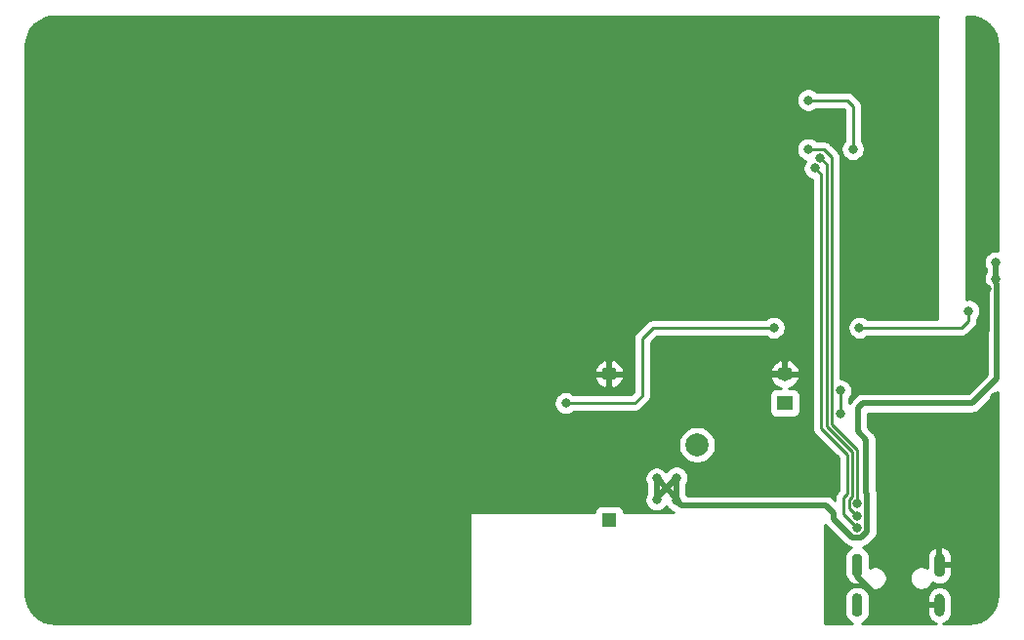
<source format=gbl>
G04 #@! TF.GenerationSoftware,KiCad,Pcbnew,5.1.10-88a1d61d58~90~ubuntu20.04.1*
G04 #@! TF.CreationDate,2021-10-07T18:37:47+08:00*
G04 #@! TF.ProjectId,Ada_Ticker,4164615f-5469-4636-9b65-722e6b696361,rev?*
G04 #@! TF.SameCoordinates,Original*
G04 #@! TF.FileFunction,Copper,L2,Bot*
G04 #@! TF.FilePolarity,Positive*
%FSLAX46Y46*%
G04 Gerber Fmt 4.6, Leading zero omitted, Abs format (unit mm)*
G04 Created by KiCad (PCBNEW 5.1.10-88a1d61d58~90~ubuntu20.04.1) date 2021-10-07 18:37:47*
%MOMM*%
%LPD*%
G01*
G04 APERTURE LIST*
G04 #@! TA.AperFunction,ComponentPad*
%ADD10R,1.299997X1.299997*%
G04 #@! TD*
G04 #@! TA.AperFunction,ComponentPad*
%ADD11O,1.399997X1.299997*%
G04 #@! TD*
G04 #@! TA.AperFunction,ComponentPad*
%ADD12R,1.399997X1.299997*%
G04 #@! TD*
G04 #@! TA.AperFunction,ComponentPad*
%ADD13C,1.999996*%
G04 #@! TD*
G04 #@! TA.AperFunction,ViaPad*
%ADD14C,0.800000*%
G04 #@! TD*
G04 #@! TA.AperFunction,Conductor*
%ADD15C,0.500000*%
G04 #@! TD*
G04 #@! TA.AperFunction,Conductor*
%ADD16C,0.250000*%
G04 #@! TD*
G04 #@! TA.AperFunction,Conductor*
%ADD17C,0.254000*%
G04 #@! TD*
G04 #@! TA.AperFunction,Conductor*
%ADD18C,0.100000*%
G04 #@! TD*
G04 APERTURE END LIST*
G04 #@! TA.AperFunction,ComponentPad*
G36*
G01*
X72302000Y-48944500D02*
X72302000Y-47664500D01*
G75*
G02*
X72662000Y-47304500I360000J0D01*
G01*
X72842000Y-47304500D01*
G75*
G02*
X73202000Y-47664500I0J-360000D01*
G01*
X73202000Y-48944500D01*
G75*
G02*
X72842000Y-49304500I-360000J0D01*
G01*
X72662000Y-49304500D01*
G75*
G02*
X72302000Y-48944500I0J360000D01*
G01*
G37*
G04 #@! TD.AperFunction*
G04 #@! TA.AperFunction,ComponentPad*
G36*
G01*
X72302000Y-52394500D02*
X72302000Y-51114500D01*
G75*
G02*
X72662000Y-50754500I360000J0D01*
G01*
X72842000Y-50754500D01*
G75*
G02*
X73202000Y-51114500I0J-360000D01*
G01*
X73202000Y-52394500D01*
G75*
G02*
X72842000Y-52754500I-360000J0D01*
G01*
X72662000Y-52754500D01*
G75*
G02*
X72302000Y-52394500I0J360000D01*
G01*
G37*
G04 #@! TD.AperFunction*
G04 #@! TA.AperFunction,ComponentPad*
G36*
G01*
X79452000Y-48944500D02*
X79452000Y-47664500D01*
G75*
G02*
X79812000Y-47304500I360000J0D01*
G01*
X79992000Y-47304500D01*
G75*
G02*
X80352000Y-47664500I0J-360000D01*
G01*
X80352000Y-48944500D01*
G75*
G02*
X79992000Y-49304500I-360000J0D01*
G01*
X79812000Y-49304500D01*
G75*
G02*
X79452000Y-48944500I0J360000D01*
G01*
G37*
G04 #@! TD.AperFunction*
G04 #@! TA.AperFunction,ComponentPad*
G36*
G01*
X79452000Y-52304500D02*
X79452000Y-51204500D01*
G75*
G02*
X79902000Y-50754500I450000J0D01*
G01*
X79902000Y-50754500D01*
G75*
G02*
X80352000Y-51204500I0J-450000D01*
G01*
X80352000Y-52304500D01*
G75*
G02*
X79902000Y-52754500I-450000J0D01*
G01*
X79902000Y-52754500D01*
G75*
G02*
X79452000Y-52304500I0J450000D01*
G01*
G37*
G04 #@! TD.AperFunction*
D10*
X51244500Y-44386500D03*
D11*
X51244500Y-31686500D03*
X66484500Y-31686500D03*
D12*
X66484500Y-34226500D03*
D13*
X58864500Y-37846508D03*
D14*
X72072500Y-29527500D03*
X82804000Y-29146500D03*
X62738000Y-33210500D03*
X80327500Y-38671500D03*
X62992000Y-14986000D03*
X68135500Y-14986000D03*
X61214000Y-15049500D03*
X59372500Y-15049500D03*
X59372500Y-13271500D03*
X61150500Y-13271500D03*
X62992000Y-13335000D03*
X62992000Y-11684000D03*
X61150500Y-11557000D03*
X59372500Y-11557000D03*
X84709000Y-33718500D03*
X84010500Y-24320500D03*
X82740500Y-8128000D03*
X84391500Y-8128000D03*
X68135500Y-16891000D03*
X68135500Y-18923000D03*
X66484500Y-18986500D03*
X66484500Y-16954500D03*
X66484500Y-20637500D03*
X68135500Y-20764500D03*
X81407000Y-42037000D03*
X82867500Y-41973500D03*
X84137500Y-41973500D03*
X84137500Y-43561000D03*
X82867500Y-43561000D03*
X81407000Y-43561000D03*
X81407000Y-44958000D03*
X82931000Y-44958000D03*
X84137500Y-45021500D03*
X84772500Y-22034500D03*
X84772500Y-23431500D03*
X55372000Y-42608500D03*
X55372000Y-40767000D03*
X57086500Y-40703500D03*
X57086500Y-42672000D03*
X71310500Y-35179000D03*
X71310500Y-33147000D03*
X68516500Y-7937500D03*
X72390000Y-12192000D03*
X72961500Y-27686000D03*
X65532000Y-27686000D03*
X47498000Y-34226500D03*
X82423000Y-26225500D03*
X72712153Y-45026153D03*
X69088000Y-13843000D03*
X68516500Y-12192000D03*
X72771000Y-42926000D03*
X72717966Y-44004339D03*
X69559597Y-12926903D03*
D15*
X82023001Y-29927499D02*
X82804000Y-29146500D01*
X72472499Y-29927499D02*
X82023001Y-29927499D01*
X72072500Y-29527500D02*
X72472499Y-29927499D01*
X64262000Y-31686500D02*
X62738000Y-33210500D01*
X66484500Y-31686500D02*
X64262000Y-31686500D01*
X80327500Y-38671500D02*
X79902000Y-39097000D01*
X75202000Y-51754500D02*
X79902000Y-51754500D01*
X72752000Y-49304500D02*
X75202000Y-51754500D01*
X72752000Y-48304500D02*
X72752000Y-49304500D01*
X62992000Y-14986000D02*
X68135500Y-14986000D01*
X61214000Y-15049500D02*
X59372500Y-15049500D01*
X59372500Y-13271500D02*
X61150500Y-13271500D01*
X61150500Y-11557000D02*
X59372500Y-11557000D01*
X84709000Y-33718500D02*
X84709000Y-46672500D01*
X83077000Y-48304500D02*
X79902000Y-48304500D01*
X84709000Y-46672500D02*
X83077000Y-48304500D01*
X84010500Y-27940000D02*
X84010500Y-24320500D01*
X82804000Y-29146500D02*
X84010500Y-27940000D01*
X82740500Y-8128000D02*
X84391500Y-8128000D01*
X84391500Y-8128000D02*
X84010500Y-8509000D01*
X83610501Y-8908999D02*
X84010500Y-8509000D01*
X83610501Y-23920501D02*
X83610501Y-8908999D01*
X84010500Y-24320500D02*
X83610501Y-23920501D01*
X66484500Y-18986500D02*
X66484500Y-16954500D01*
X68008500Y-20637500D02*
X68135500Y-20764500D01*
X66484500Y-20637500D02*
X68008500Y-20637500D01*
X81388000Y-42056000D02*
X81407000Y-42037000D01*
X79902000Y-42056000D02*
X81388000Y-42056000D01*
X79902000Y-39097000D02*
X79902000Y-42056000D01*
X79902000Y-42056000D02*
X79902000Y-48304500D01*
X82867500Y-41973500D02*
X84137500Y-41973500D01*
X84137500Y-43561000D02*
X82867500Y-43561000D01*
X81407000Y-43561000D02*
X81407000Y-44958000D01*
X84074000Y-44958000D02*
X84137500Y-45021500D01*
X82931000Y-44958000D02*
X84074000Y-44958000D01*
X84772500Y-23431500D02*
X84772500Y-22034500D01*
X55372000Y-42608500D02*
X55372000Y-40767000D01*
X57086500Y-40703500D02*
X57086500Y-42672000D01*
X55372000Y-42418000D02*
X55372000Y-42608500D01*
X57086500Y-40703500D02*
X55372000Y-42418000D01*
X57086500Y-42481500D02*
X57086500Y-42672000D01*
X55372000Y-40767000D02*
X57086500Y-42481500D01*
X57531000Y-43116500D02*
X57086500Y-42672000D01*
X73279000Y-34226500D02*
X72834500Y-34671000D01*
X72834500Y-34671000D02*
X72834500Y-36703000D01*
X72834500Y-36703000D02*
X73533000Y-37401500D01*
X73533000Y-37401500D02*
X73533000Y-42037000D01*
X73621001Y-42125001D02*
X73621001Y-45375307D01*
X73533000Y-42037000D02*
X73621001Y-42125001D01*
X73621001Y-45375307D02*
X73120154Y-45876154D01*
X73120154Y-45876154D02*
X72304152Y-45876154D01*
X72304152Y-45876154D02*
X70739000Y-44311002D01*
X70739000Y-44311002D02*
X70739000Y-43815000D01*
X70739000Y-43815000D02*
X70040500Y-43116500D01*
X70040500Y-43116500D02*
X57531000Y-43116500D01*
X84860501Y-32106499D02*
X82740500Y-34226500D01*
X84860501Y-23912499D02*
X84860501Y-32106499D01*
X84772500Y-23824498D02*
X84860501Y-23912499D01*
X84772500Y-23431500D02*
X84772500Y-23824498D01*
X82740500Y-34226500D02*
X73279000Y-34226500D01*
D16*
X71310500Y-35179000D02*
X71310500Y-33147000D01*
X69151500Y-7937500D02*
X68516500Y-7937500D01*
X70548500Y-7937500D02*
X69151500Y-7937500D01*
X72390000Y-12192000D02*
X72390000Y-8445500D01*
X71882000Y-7937500D02*
X70548500Y-7937500D01*
X72390000Y-8445500D02*
X71882000Y-7937500D01*
X82423000Y-27114500D02*
X81851500Y-27686000D01*
X81851500Y-27686000D02*
X72961500Y-27686000D01*
X65532000Y-27686000D02*
X55054500Y-27686000D01*
X55054500Y-27686000D02*
X54102000Y-28638500D01*
X54102000Y-28638500D02*
X54102000Y-33591500D01*
X53467000Y-34226500D02*
X47498000Y-34226500D01*
X54102000Y-33591500D02*
X53467000Y-34226500D01*
X82423000Y-27114500D02*
X82423000Y-26225500D01*
X71595989Y-43909989D02*
X71595990Y-42391598D01*
X72712153Y-45026153D02*
X71595989Y-43909989D01*
X71595990Y-42391598D02*
X71870980Y-42116608D01*
X71870980Y-42116608D02*
X71870980Y-38663300D01*
X71870980Y-38663300D02*
X69648480Y-36440800D01*
X69648480Y-36440800D02*
X69648480Y-29591000D01*
X69648480Y-14403480D02*
X69088000Y-13843000D01*
X69648480Y-29591000D02*
X69648480Y-14403480D01*
X69850000Y-12192000D02*
X68516500Y-12192000D01*
X70548500Y-12890500D02*
X69850000Y-12192000D01*
X72771000Y-38290500D02*
X70548500Y-36068000D01*
X70548500Y-36068000D02*
X70548500Y-12890500D01*
X72771000Y-42926000D02*
X72771000Y-38290500D01*
X72045999Y-42577999D02*
X72320990Y-42303008D01*
X72045999Y-43332372D02*
X72045999Y-42577999D01*
X72717966Y-44004339D02*
X72045999Y-43332372D01*
X72320990Y-42303008D02*
X72320990Y-38476900D01*
X72320990Y-38476900D02*
X70098490Y-36254400D01*
X70098490Y-13465796D02*
X69559597Y-12926903D01*
X70098490Y-36254400D02*
X70098490Y-13465796D01*
D17*
X84940001Y-50792712D02*
X84888998Y-51312883D01*
X84747307Y-51782186D01*
X84517161Y-52215028D01*
X84207323Y-52594927D01*
X83829600Y-52907406D01*
X83398373Y-53140569D01*
X82930073Y-53285532D01*
X82411847Y-53340000D01*
X80218658Y-53340000D01*
X80318388Y-53309747D01*
X80506501Y-53209199D01*
X80671384Y-53073883D01*
X80806700Y-52909000D01*
X80907248Y-52720887D01*
X80969166Y-52516772D01*
X80990073Y-52304500D01*
X80990073Y-51204500D01*
X80969166Y-50992228D01*
X80907248Y-50788113D01*
X80806700Y-50600000D01*
X80671384Y-50435117D01*
X80506501Y-50299801D01*
X80318388Y-50199253D01*
X80114273Y-50137335D01*
X79902001Y-50116428D01*
X79901999Y-50116428D01*
X79689727Y-50137335D01*
X79485612Y-50199253D01*
X79297499Y-50299801D01*
X79132616Y-50435117D01*
X78997300Y-50600000D01*
X78896752Y-50788113D01*
X78834834Y-50992228D01*
X78813927Y-51204500D01*
X78813927Y-52304500D01*
X78834834Y-52516772D01*
X78896752Y-52720887D01*
X78997300Y-52909000D01*
X79132616Y-53073883D01*
X79297499Y-53209199D01*
X79485612Y-53309747D01*
X79585342Y-53340000D01*
X73146800Y-53340000D01*
X73223946Y-53316598D01*
X73396499Y-53224367D01*
X73547743Y-53100243D01*
X73671867Y-52948999D01*
X73764098Y-52776446D01*
X73820894Y-52589214D01*
X73840072Y-52394500D01*
X73840072Y-51114500D01*
X73820894Y-50919786D01*
X73764098Y-50732554D01*
X73671867Y-50560001D01*
X73547743Y-50408757D01*
X73396499Y-50284633D01*
X73223946Y-50192402D01*
X73036714Y-50135606D01*
X72842000Y-50116428D01*
X72662000Y-50116428D01*
X72467286Y-50135606D01*
X72280054Y-50192402D01*
X72107501Y-50284633D01*
X71956257Y-50408757D01*
X71832133Y-50560001D01*
X71739902Y-50732554D01*
X71683106Y-50919786D01*
X71663928Y-51114500D01*
X71663928Y-52394500D01*
X71683106Y-52589214D01*
X71739902Y-52776446D01*
X71832133Y-52948999D01*
X71956257Y-53100243D01*
X72107501Y-53224367D01*
X72280054Y-53316598D01*
X72357200Y-53340000D01*
X69977000Y-53340000D01*
X69977000Y-44762798D01*
X69999589Y-44805060D01*
X70110183Y-44939819D01*
X70143956Y-44967536D01*
X71647622Y-46471203D01*
X71675335Y-46504971D01*
X71709103Y-46532684D01*
X71709105Y-46532686D01*
X71780604Y-46591364D01*
X71810093Y-46615565D01*
X71963839Y-46697743D01*
X72130662Y-46748349D01*
X72247415Y-46759848D01*
X72107501Y-46834633D01*
X71956257Y-46958757D01*
X71832133Y-47110001D01*
X71739902Y-47282554D01*
X71683106Y-47469786D01*
X71663928Y-47664500D01*
X71663928Y-48944500D01*
X71683106Y-49139214D01*
X71739902Y-49326446D01*
X71832133Y-49498999D01*
X71956257Y-49650243D01*
X72107501Y-49774367D01*
X72280054Y-49866598D01*
X72467286Y-49923394D01*
X72662000Y-49942572D01*
X72842000Y-49942572D01*
X73036714Y-49923394D01*
X73223946Y-49866598D01*
X73358079Y-49794903D01*
X73409795Y-49919756D01*
X73523063Y-50089274D01*
X73667226Y-50233437D01*
X73836744Y-50346705D01*
X74025102Y-50424726D01*
X74225061Y-50464500D01*
X74428939Y-50464500D01*
X74628898Y-50424726D01*
X74817256Y-50346705D01*
X74986774Y-50233437D01*
X75130937Y-50089274D01*
X75244205Y-49919756D01*
X75322226Y-49731398D01*
X75362000Y-49531439D01*
X75362000Y-49327561D01*
X77292000Y-49327561D01*
X77292000Y-49531439D01*
X77331774Y-49731398D01*
X77409795Y-49919756D01*
X77523063Y-50089274D01*
X77667226Y-50233437D01*
X77836744Y-50346705D01*
X78025102Y-50424726D01*
X78225061Y-50464500D01*
X78428939Y-50464500D01*
X78628898Y-50424726D01*
X78817256Y-50346705D01*
X78986774Y-50233437D01*
X79130937Y-50089274D01*
X79244205Y-49919756D01*
X79295921Y-49794903D01*
X79430054Y-49866598D01*
X79617286Y-49923394D01*
X79812000Y-49942572D01*
X79992000Y-49942572D01*
X80186714Y-49923394D01*
X80373946Y-49866598D01*
X80546499Y-49774367D01*
X80697743Y-49650243D01*
X80821867Y-49498999D01*
X80914098Y-49326446D01*
X80970894Y-49139214D01*
X80990072Y-48944500D01*
X80990072Y-47664500D01*
X80970894Y-47469786D01*
X80914098Y-47282554D01*
X80821867Y-47110001D01*
X80697743Y-46958757D01*
X80546499Y-46834633D01*
X80373946Y-46742402D01*
X80186714Y-46685606D01*
X79992000Y-46666428D01*
X79812000Y-46666428D01*
X79617286Y-46685606D01*
X79430054Y-46742402D01*
X79257501Y-46834633D01*
X79106257Y-46958757D01*
X78982133Y-47110001D01*
X78889902Y-47282554D01*
X78833106Y-47469786D01*
X78813928Y-47664500D01*
X78813928Y-48510916D01*
X78628898Y-48434274D01*
X78428939Y-48394500D01*
X78225061Y-48394500D01*
X78025102Y-48434274D01*
X77836744Y-48512295D01*
X77667226Y-48625563D01*
X77523063Y-48769726D01*
X77409795Y-48939244D01*
X77331774Y-49127602D01*
X77292000Y-49327561D01*
X75362000Y-49327561D01*
X75322226Y-49127602D01*
X75244205Y-48939244D01*
X75130937Y-48769726D01*
X74986774Y-48625563D01*
X74817256Y-48512295D01*
X74628898Y-48434274D01*
X74428939Y-48394500D01*
X74225061Y-48394500D01*
X74025102Y-48434274D01*
X73840072Y-48510916D01*
X73840072Y-47664500D01*
X73820894Y-47469786D01*
X73764098Y-47282554D01*
X73671867Y-47110001D01*
X73547743Y-46958757D01*
X73396499Y-46834633D01*
X73244185Y-46753220D01*
X73293644Y-46748349D01*
X73460467Y-46697743D01*
X73614213Y-46615565D01*
X73748971Y-46504971D01*
X73776688Y-46471198D01*
X74216045Y-46031841D01*
X74249818Y-46004124D01*
X74360412Y-45869366D01*
X74402925Y-45789829D01*
X74442590Y-45715621D01*
X74493196Y-45548797D01*
X74502884Y-45450428D01*
X74506001Y-45418784D01*
X74506001Y-45418776D01*
X74510282Y-45375307D01*
X74506001Y-45331838D01*
X74506001Y-42168466D01*
X74510282Y-42125000D01*
X74506001Y-42081534D01*
X74506001Y-42081524D01*
X74493196Y-41951511D01*
X74442590Y-41784688D01*
X74418000Y-41738683D01*
X74418000Y-37444965D01*
X74422281Y-37401499D01*
X74418000Y-37358033D01*
X74418000Y-37358023D01*
X74405195Y-37228010D01*
X74354589Y-37061187D01*
X74272411Y-36907441D01*
X74161817Y-36772683D01*
X74128050Y-36744971D01*
X73719500Y-36336422D01*
X73719500Y-35111500D01*
X82697031Y-35111500D01*
X82740500Y-35115781D01*
X82783969Y-35111500D01*
X82783977Y-35111500D01*
X82913990Y-35098695D01*
X83080813Y-35048089D01*
X83234559Y-34965911D01*
X83369317Y-34855317D01*
X83397034Y-34821544D01*
X84940001Y-33278578D01*
X84940001Y-50792712D01*
G04 #@! TA.AperFunction,Conductor*
D18*
G36*
X84940001Y-50792712D02*
G01*
X84888998Y-51312883D01*
X84747307Y-51782186D01*
X84517161Y-52215028D01*
X84207323Y-52594927D01*
X83829600Y-52907406D01*
X83398373Y-53140569D01*
X82930073Y-53285532D01*
X82411847Y-53340000D01*
X80218658Y-53340000D01*
X80318388Y-53309747D01*
X80506501Y-53209199D01*
X80671384Y-53073883D01*
X80806700Y-52909000D01*
X80907248Y-52720887D01*
X80969166Y-52516772D01*
X80990073Y-52304500D01*
X80990073Y-51204500D01*
X80969166Y-50992228D01*
X80907248Y-50788113D01*
X80806700Y-50600000D01*
X80671384Y-50435117D01*
X80506501Y-50299801D01*
X80318388Y-50199253D01*
X80114273Y-50137335D01*
X79902001Y-50116428D01*
X79901999Y-50116428D01*
X79689727Y-50137335D01*
X79485612Y-50199253D01*
X79297499Y-50299801D01*
X79132616Y-50435117D01*
X78997300Y-50600000D01*
X78896752Y-50788113D01*
X78834834Y-50992228D01*
X78813927Y-51204500D01*
X78813927Y-52304500D01*
X78834834Y-52516772D01*
X78896752Y-52720887D01*
X78997300Y-52909000D01*
X79132616Y-53073883D01*
X79297499Y-53209199D01*
X79485612Y-53309747D01*
X79585342Y-53340000D01*
X73146800Y-53340000D01*
X73223946Y-53316598D01*
X73396499Y-53224367D01*
X73547743Y-53100243D01*
X73671867Y-52948999D01*
X73764098Y-52776446D01*
X73820894Y-52589214D01*
X73840072Y-52394500D01*
X73840072Y-51114500D01*
X73820894Y-50919786D01*
X73764098Y-50732554D01*
X73671867Y-50560001D01*
X73547743Y-50408757D01*
X73396499Y-50284633D01*
X73223946Y-50192402D01*
X73036714Y-50135606D01*
X72842000Y-50116428D01*
X72662000Y-50116428D01*
X72467286Y-50135606D01*
X72280054Y-50192402D01*
X72107501Y-50284633D01*
X71956257Y-50408757D01*
X71832133Y-50560001D01*
X71739902Y-50732554D01*
X71683106Y-50919786D01*
X71663928Y-51114500D01*
X71663928Y-52394500D01*
X71683106Y-52589214D01*
X71739902Y-52776446D01*
X71832133Y-52948999D01*
X71956257Y-53100243D01*
X72107501Y-53224367D01*
X72280054Y-53316598D01*
X72357200Y-53340000D01*
X69977000Y-53340000D01*
X69977000Y-44762798D01*
X69999589Y-44805060D01*
X70110183Y-44939819D01*
X70143956Y-44967536D01*
X71647622Y-46471203D01*
X71675335Y-46504971D01*
X71709103Y-46532684D01*
X71709105Y-46532686D01*
X71780604Y-46591364D01*
X71810093Y-46615565D01*
X71963839Y-46697743D01*
X72130662Y-46748349D01*
X72247415Y-46759848D01*
X72107501Y-46834633D01*
X71956257Y-46958757D01*
X71832133Y-47110001D01*
X71739902Y-47282554D01*
X71683106Y-47469786D01*
X71663928Y-47664500D01*
X71663928Y-48944500D01*
X71683106Y-49139214D01*
X71739902Y-49326446D01*
X71832133Y-49498999D01*
X71956257Y-49650243D01*
X72107501Y-49774367D01*
X72280054Y-49866598D01*
X72467286Y-49923394D01*
X72662000Y-49942572D01*
X72842000Y-49942572D01*
X73036714Y-49923394D01*
X73223946Y-49866598D01*
X73358079Y-49794903D01*
X73409795Y-49919756D01*
X73523063Y-50089274D01*
X73667226Y-50233437D01*
X73836744Y-50346705D01*
X74025102Y-50424726D01*
X74225061Y-50464500D01*
X74428939Y-50464500D01*
X74628898Y-50424726D01*
X74817256Y-50346705D01*
X74986774Y-50233437D01*
X75130937Y-50089274D01*
X75244205Y-49919756D01*
X75322226Y-49731398D01*
X75362000Y-49531439D01*
X75362000Y-49327561D01*
X77292000Y-49327561D01*
X77292000Y-49531439D01*
X77331774Y-49731398D01*
X77409795Y-49919756D01*
X77523063Y-50089274D01*
X77667226Y-50233437D01*
X77836744Y-50346705D01*
X78025102Y-50424726D01*
X78225061Y-50464500D01*
X78428939Y-50464500D01*
X78628898Y-50424726D01*
X78817256Y-50346705D01*
X78986774Y-50233437D01*
X79130937Y-50089274D01*
X79244205Y-49919756D01*
X79295921Y-49794903D01*
X79430054Y-49866598D01*
X79617286Y-49923394D01*
X79812000Y-49942572D01*
X79992000Y-49942572D01*
X80186714Y-49923394D01*
X80373946Y-49866598D01*
X80546499Y-49774367D01*
X80697743Y-49650243D01*
X80821867Y-49498999D01*
X80914098Y-49326446D01*
X80970894Y-49139214D01*
X80990072Y-48944500D01*
X80990072Y-47664500D01*
X80970894Y-47469786D01*
X80914098Y-47282554D01*
X80821867Y-47110001D01*
X80697743Y-46958757D01*
X80546499Y-46834633D01*
X80373946Y-46742402D01*
X80186714Y-46685606D01*
X79992000Y-46666428D01*
X79812000Y-46666428D01*
X79617286Y-46685606D01*
X79430054Y-46742402D01*
X79257501Y-46834633D01*
X79106257Y-46958757D01*
X78982133Y-47110001D01*
X78889902Y-47282554D01*
X78833106Y-47469786D01*
X78813928Y-47664500D01*
X78813928Y-48510916D01*
X78628898Y-48434274D01*
X78428939Y-48394500D01*
X78225061Y-48394500D01*
X78025102Y-48434274D01*
X77836744Y-48512295D01*
X77667226Y-48625563D01*
X77523063Y-48769726D01*
X77409795Y-48939244D01*
X77331774Y-49127602D01*
X77292000Y-49327561D01*
X75362000Y-49327561D01*
X75322226Y-49127602D01*
X75244205Y-48939244D01*
X75130937Y-48769726D01*
X74986774Y-48625563D01*
X74817256Y-48512295D01*
X74628898Y-48434274D01*
X74428939Y-48394500D01*
X74225061Y-48394500D01*
X74025102Y-48434274D01*
X73840072Y-48510916D01*
X73840072Y-47664500D01*
X73820894Y-47469786D01*
X73764098Y-47282554D01*
X73671867Y-47110001D01*
X73547743Y-46958757D01*
X73396499Y-46834633D01*
X73244185Y-46753220D01*
X73293644Y-46748349D01*
X73460467Y-46697743D01*
X73614213Y-46615565D01*
X73748971Y-46504971D01*
X73776688Y-46471198D01*
X74216045Y-46031841D01*
X74249818Y-46004124D01*
X74360412Y-45869366D01*
X74402925Y-45789829D01*
X74442590Y-45715621D01*
X74493196Y-45548797D01*
X74502884Y-45450428D01*
X74506001Y-45418784D01*
X74506001Y-45418776D01*
X74510282Y-45375307D01*
X74506001Y-45331838D01*
X74506001Y-42168466D01*
X74510282Y-42125000D01*
X74506001Y-42081534D01*
X74506001Y-42081524D01*
X74493196Y-41951511D01*
X74442590Y-41784688D01*
X74418000Y-41738683D01*
X74418000Y-37444965D01*
X74422281Y-37401499D01*
X74418000Y-37358033D01*
X74418000Y-37358023D01*
X74405195Y-37228010D01*
X74354589Y-37061187D01*
X74272411Y-36907441D01*
X74161817Y-36772683D01*
X74128050Y-36744971D01*
X73719500Y-36336422D01*
X73719500Y-35111500D01*
X82697031Y-35111500D01*
X82740500Y-35115781D01*
X82783969Y-35111500D01*
X82783977Y-35111500D01*
X82913990Y-35098695D01*
X83080813Y-35048089D01*
X83234559Y-34965911D01*
X83369317Y-34855317D01*
X83397034Y-34821544D01*
X84940001Y-33278578D01*
X84940001Y-50792712D01*
G37*
G04 #@! TD.AperFunction*
D17*
X79740550Y-759617D02*
X79727807Y-889000D01*
X79731000Y-921419D01*
X79731001Y-26891571D01*
X79727807Y-26924000D01*
X79728004Y-26926000D01*
X73665211Y-26926000D01*
X73621274Y-26882063D01*
X73451756Y-26768795D01*
X73263398Y-26690774D01*
X73063439Y-26651000D01*
X72859561Y-26651000D01*
X72659602Y-26690774D01*
X72471244Y-26768795D01*
X72301726Y-26882063D01*
X72157563Y-27026226D01*
X72044295Y-27195744D01*
X71966274Y-27384102D01*
X71926500Y-27584061D01*
X71926500Y-27787939D01*
X71966274Y-27987898D01*
X72044295Y-28176256D01*
X72157563Y-28345774D01*
X72301726Y-28489937D01*
X72471244Y-28603205D01*
X72659602Y-28681226D01*
X72859561Y-28721000D01*
X73063439Y-28721000D01*
X73263398Y-28681226D01*
X73451756Y-28603205D01*
X73621274Y-28489937D01*
X73665211Y-28446000D01*
X81814178Y-28446000D01*
X81851500Y-28449676D01*
X81888822Y-28446000D01*
X81888833Y-28446000D01*
X82000486Y-28435003D01*
X82143747Y-28391546D01*
X82275776Y-28320974D01*
X82391501Y-28226001D01*
X82415303Y-28196998D01*
X82934004Y-27678298D01*
X82963001Y-27654501D01*
X82989332Y-27622417D01*
X83057974Y-27538777D01*
X83128546Y-27406747D01*
X83135415Y-27384102D01*
X83172003Y-27263486D01*
X83183000Y-27151833D01*
X83183000Y-27151824D01*
X83186676Y-27114501D01*
X83183000Y-27077178D01*
X83183000Y-26929211D01*
X83226937Y-26885274D01*
X83340205Y-26715756D01*
X83418226Y-26527398D01*
X83458000Y-26327439D01*
X83458000Y-26123561D01*
X83418226Y-25923602D01*
X83340205Y-25735244D01*
X83226937Y-25565726D01*
X83082774Y-25421563D01*
X82913256Y-25308295D01*
X82724898Y-25230274D01*
X82524939Y-25190500D01*
X82321061Y-25190500D01*
X82251000Y-25204436D01*
X82251000Y-921419D01*
X82254193Y-889000D01*
X82241450Y-759617D01*
X82211231Y-660000D01*
X82372325Y-660000D01*
X82912496Y-712964D01*
X83381424Y-854542D01*
X83813923Y-1084506D01*
X84193512Y-1394092D01*
X84505748Y-1771520D01*
X84738724Y-2202399D01*
X84883573Y-2670331D01*
X84940000Y-3207195D01*
X84940000Y-21012541D01*
X84874439Y-20999500D01*
X84670561Y-20999500D01*
X84470602Y-21039274D01*
X84282244Y-21117295D01*
X84112726Y-21230563D01*
X83968563Y-21374726D01*
X83855295Y-21544244D01*
X83777274Y-21732602D01*
X83737500Y-21932561D01*
X83737500Y-22136439D01*
X83777274Y-22336398D01*
X83855295Y-22524756D01*
X83887501Y-22572955D01*
X83887500Y-22893045D01*
X83855295Y-22941244D01*
X83777274Y-23129602D01*
X83737500Y-23329561D01*
X83737500Y-23533439D01*
X83777274Y-23733398D01*
X83855295Y-23921756D01*
X83899280Y-23987585D01*
X83900305Y-23997988D01*
X83950911Y-24164811D01*
X83975501Y-24210816D01*
X83975502Y-31739919D01*
X82373922Y-33341500D01*
X73322469Y-33341500D01*
X73279000Y-33337219D01*
X73235531Y-33341500D01*
X73235523Y-33341500D01*
X73120306Y-33352848D01*
X73105509Y-33354305D01*
X73054903Y-33369657D01*
X72938687Y-33404911D01*
X72784941Y-33487089D01*
X72650183Y-33597683D01*
X72622468Y-33631454D01*
X72239456Y-34014466D01*
X72205683Y-34042183D01*
X72095089Y-34176942D01*
X72070500Y-34222945D01*
X72070500Y-33850711D01*
X72114437Y-33806774D01*
X72227705Y-33637256D01*
X72305726Y-33448898D01*
X72345500Y-33248939D01*
X72345500Y-33045061D01*
X72305726Y-32845102D01*
X72227705Y-32656744D01*
X72114437Y-32487226D01*
X71970274Y-32343063D01*
X71800756Y-32229795D01*
X71612398Y-32151774D01*
X71412439Y-32112000D01*
X71308500Y-32112000D01*
X71308500Y-12927822D01*
X71312176Y-12890499D01*
X71308500Y-12853176D01*
X71308500Y-12853167D01*
X71297503Y-12741514D01*
X71254046Y-12598253D01*
X71183474Y-12466224D01*
X71088501Y-12350499D01*
X71059502Y-12326701D01*
X70413803Y-11681002D01*
X70390001Y-11651999D01*
X70274276Y-11557026D01*
X70142247Y-11486454D01*
X69998986Y-11442997D01*
X69887333Y-11432000D01*
X69887322Y-11432000D01*
X69850000Y-11428324D01*
X69812678Y-11432000D01*
X69220211Y-11432000D01*
X69176274Y-11388063D01*
X69006756Y-11274795D01*
X68818398Y-11196774D01*
X68618439Y-11157000D01*
X68414561Y-11157000D01*
X68214602Y-11196774D01*
X68026244Y-11274795D01*
X67856726Y-11388063D01*
X67712563Y-11532226D01*
X67599295Y-11701744D01*
X67521274Y-11890102D01*
X67481500Y-12090061D01*
X67481500Y-12293939D01*
X67521274Y-12493898D01*
X67599295Y-12682256D01*
X67712563Y-12851774D01*
X67856726Y-12995937D01*
X68026244Y-13109205D01*
X68214602Y-13187226D01*
X68273555Y-13198952D01*
X68170795Y-13352744D01*
X68092774Y-13541102D01*
X68053000Y-13741061D01*
X68053000Y-13944939D01*
X68092774Y-14144898D01*
X68170795Y-14333256D01*
X68284063Y-14502774D01*
X68428226Y-14646937D01*
X68597744Y-14760205D01*
X68786102Y-14838226D01*
X68888481Y-14858590D01*
X68888480Y-29628332D01*
X68888481Y-29628342D01*
X68888480Y-36403477D01*
X68884804Y-36440800D01*
X68888480Y-36478122D01*
X68888480Y-36478132D01*
X68899477Y-36589785D01*
X68933812Y-36702974D01*
X68942934Y-36733046D01*
X69013506Y-36865076D01*
X69048275Y-36907442D01*
X69108479Y-36980801D01*
X69137483Y-37004604D01*
X71110981Y-38978103D01*
X71110980Y-41801807D01*
X71084988Y-41827799D01*
X71055990Y-41851597D01*
X71032192Y-41880595D01*
X71032191Y-41880596D01*
X70961016Y-41967322D01*
X70890444Y-42099352D01*
X70866605Y-42177941D01*
X70846988Y-42242612D01*
X70840547Y-42308009D01*
X70832314Y-42391598D01*
X70835991Y-42428930D01*
X70835991Y-42660412D01*
X70697032Y-42521454D01*
X70669317Y-42487683D01*
X70534559Y-42377089D01*
X70380813Y-42294911D01*
X70213990Y-42244305D01*
X70083977Y-42231500D01*
X70083969Y-42231500D01*
X70040500Y-42227219D01*
X69997031Y-42231500D01*
X58024315Y-42231500D01*
X58003705Y-42181744D01*
X57971500Y-42133546D01*
X57971500Y-41241954D01*
X58003705Y-41193756D01*
X58081726Y-41005398D01*
X58121500Y-40805439D01*
X58121500Y-40601561D01*
X58081726Y-40401602D01*
X58003705Y-40213244D01*
X57890437Y-40043726D01*
X57746274Y-39899563D01*
X57576756Y-39786295D01*
X57388398Y-39708274D01*
X57188439Y-39668500D01*
X56984561Y-39668500D01*
X56784602Y-39708274D01*
X56596244Y-39786295D01*
X56426726Y-39899563D01*
X56282563Y-40043726D01*
X56208035Y-40155265D01*
X56175937Y-40107226D01*
X56031774Y-39963063D01*
X55862256Y-39849795D01*
X55673898Y-39771774D01*
X55473939Y-39732000D01*
X55270061Y-39732000D01*
X55070102Y-39771774D01*
X54881744Y-39849795D01*
X54712226Y-39963063D01*
X54568063Y-40107226D01*
X54454795Y-40276744D01*
X54376774Y-40465102D01*
X54337000Y-40665061D01*
X54337000Y-40868939D01*
X54376774Y-41068898D01*
X54454795Y-41257256D01*
X54487001Y-41305455D01*
X54487000Y-42070045D01*
X54454795Y-42118244D01*
X54376774Y-42306602D01*
X54337000Y-42506561D01*
X54337000Y-42710439D01*
X54376774Y-42910398D01*
X54454795Y-43098756D01*
X54568063Y-43268274D01*
X54712226Y-43412437D01*
X54881744Y-43525705D01*
X55070102Y-43603726D01*
X55270061Y-43643500D01*
X55473939Y-43643500D01*
X55673898Y-43603726D01*
X55862256Y-43525705D01*
X56031774Y-43412437D01*
X56175937Y-43268274D01*
X56208035Y-43220235D01*
X56282563Y-43331774D01*
X56426726Y-43475937D01*
X56596244Y-43589205D01*
X56784602Y-43667226D01*
X56841457Y-43678535D01*
X56850922Y-43688000D01*
X52527793Y-43688000D01*
X52520310Y-43612020D01*
X52484000Y-43492322D01*
X52425035Y-43382008D01*
X52345683Y-43285317D01*
X52248992Y-43205965D01*
X52138678Y-43147000D01*
X52018980Y-43110690D01*
X51894498Y-43098430D01*
X50594502Y-43098430D01*
X50470020Y-43110690D01*
X50350322Y-43147000D01*
X50240008Y-43205965D01*
X50143317Y-43285317D01*
X50063965Y-43382008D01*
X50005000Y-43492322D01*
X49968690Y-43612020D01*
X49961207Y-43688000D01*
X39306500Y-43688000D01*
X39281724Y-43690440D01*
X39257899Y-43697667D01*
X39235943Y-43709403D01*
X39216697Y-43725197D01*
X39200903Y-43744443D01*
X39189167Y-43766399D01*
X39181940Y-43790224D01*
X39179500Y-43815000D01*
X39179500Y-53340000D01*
X3207278Y-53340000D01*
X2687117Y-53288998D01*
X2217814Y-53147307D01*
X1784972Y-52917161D01*
X1405073Y-52607323D01*
X1092594Y-52229600D01*
X859431Y-51798373D01*
X714468Y-51330073D01*
X660000Y-50811847D01*
X660000Y-37685475D01*
X57229502Y-37685475D01*
X57229502Y-38007541D01*
X57292334Y-38323419D01*
X57415584Y-38620970D01*
X57594514Y-38888758D01*
X57822250Y-39116494D01*
X58090038Y-39295424D01*
X58387589Y-39418674D01*
X58703467Y-39481506D01*
X59025533Y-39481506D01*
X59341411Y-39418674D01*
X59638962Y-39295424D01*
X59906750Y-39116494D01*
X60134486Y-38888758D01*
X60313416Y-38620970D01*
X60436666Y-38323419D01*
X60499498Y-38007541D01*
X60499498Y-37685475D01*
X60436666Y-37369597D01*
X60313416Y-37072046D01*
X60134486Y-36804258D01*
X59906750Y-36576522D01*
X59638962Y-36397592D01*
X59341411Y-36274342D01*
X59025533Y-36211510D01*
X58703467Y-36211510D01*
X58387589Y-36274342D01*
X58090038Y-36397592D01*
X57822250Y-36576522D01*
X57594514Y-36804258D01*
X57415584Y-37072046D01*
X57292334Y-37369597D01*
X57229502Y-37685475D01*
X660000Y-37685475D01*
X660000Y-34124561D01*
X46463000Y-34124561D01*
X46463000Y-34328439D01*
X46502774Y-34528398D01*
X46580795Y-34716756D01*
X46694063Y-34886274D01*
X46838226Y-35030437D01*
X47007744Y-35143705D01*
X47196102Y-35221726D01*
X47396061Y-35261500D01*
X47599939Y-35261500D01*
X47799898Y-35221726D01*
X47988256Y-35143705D01*
X48157774Y-35030437D01*
X48201711Y-34986500D01*
X53429678Y-34986500D01*
X53467000Y-34990176D01*
X53504322Y-34986500D01*
X53504333Y-34986500D01*
X53615986Y-34975503D01*
X53759247Y-34932046D01*
X53891276Y-34861474D01*
X54007001Y-34766501D01*
X54030803Y-34737498D01*
X54613002Y-34155300D01*
X54642001Y-34131501D01*
X54736974Y-34015776D01*
X54807546Y-33883747D01*
X54851003Y-33740486D01*
X54862000Y-33628833D01*
X54865677Y-33591500D01*
X54864200Y-33576502D01*
X65146430Y-33576502D01*
X65146430Y-34876498D01*
X65158690Y-35000980D01*
X65195000Y-35120678D01*
X65253965Y-35230992D01*
X65333317Y-35327683D01*
X65430008Y-35407035D01*
X65540322Y-35466000D01*
X65660020Y-35502310D01*
X65784502Y-35514570D01*
X67184498Y-35514570D01*
X67308980Y-35502310D01*
X67428678Y-35466000D01*
X67538992Y-35407035D01*
X67635683Y-35327683D01*
X67715035Y-35230992D01*
X67774000Y-35120678D01*
X67810310Y-35000980D01*
X67822570Y-34876498D01*
X67822570Y-33576502D01*
X67810310Y-33452020D01*
X67774000Y-33332322D01*
X67715035Y-33222008D01*
X67635683Y-33125317D01*
X67538992Y-33045965D01*
X67428678Y-32987000D01*
X67308980Y-32950690D01*
X67184498Y-32938430D01*
X66815395Y-32938430D01*
X67050182Y-32861851D01*
X67269573Y-32738662D01*
X67460715Y-32575039D01*
X67616263Y-32377270D01*
X67730240Y-32152956D01*
X67777597Y-32011970D01*
X67653565Y-31813500D01*
X66611500Y-31813500D01*
X66611500Y-31833500D01*
X66357500Y-31833500D01*
X66357500Y-31813500D01*
X65315435Y-31813500D01*
X65191403Y-32011970D01*
X65238760Y-32152956D01*
X65352737Y-32377270D01*
X65508285Y-32575039D01*
X65699427Y-32738662D01*
X65918818Y-32861851D01*
X66153605Y-32938430D01*
X65784502Y-32938430D01*
X65660020Y-32950690D01*
X65540322Y-32987000D01*
X65430008Y-33045965D01*
X65333317Y-33125317D01*
X65253965Y-33222008D01*
X65195000Y-33332322D01*
X65158690Y-33452020D01*
X65146430Y-33576502D01*
X54864200Y-33576502D01*
X54862000Y-33554167D01*
X54862000Y-31361030D01*
X65191403Y-31361030D01*
X65315435Y-31559500D01*
X66357500Y-31559500D01*
X66357500Y-30564059D01*
X66611500Y-30564059D01*
X66611500Y-31559500D01*
X67653565Y-31559500D01*
X67777597Y-31361030D01*
X67730240Y-31220044D01*
X67616263Y-30995730D01*
X67460715Y-30797961D01*
X67269573Y-30634338D01*
X67050182Y-30511149D01*
X66810974Y-30433128D01*
X66611500Y-30564059D01*
X66357500Y-30564059D01*
X66158026Y-30433128D01*
X65918818Y-30511149D01*
X65699427Y-30634338D01*
X65508285Y-30797961D01*
X65352737Y-30995730D01*
X65238760Y-31220044D01*
X65191403Y-31361030D01*
X54862000Y-31361030D01*
X54862000Y-28953301D01*
X55369303Y-28446000D01*
X64828289Y-28446000D01*
X64872226Y-28489937D01*
X65041744Y-28603205D01*
X65230102Y-28681226D01*
X65430061Y-28721000D01*
X65633939Y-28721000D01*
X65833898Y-28681226D01*
X66022256Y-28603205D01*
X66191774Y-28489937D01*
X66335937Y-28345774D01*
X66449205Y-28176256D01*
X66527226Y-27987898D01*
X66567000Y-27787939D01*
X66567000Y-27584061D01*
X66527226Y-27384102D01*
X66449205Y-27195744D01*
X66335937Y-27026226D01*
X66191774Y-26882063D01*
X66022256Y-26768795D01*
X65833898Y-26690774D01*
X65633939Y-26651000D01*
X65430061Y-26651000D01*
X65230102Y-26690774D01*
X65041744Y-26768795D01*
X64872226Y-26882063D01*
X64828289Y-26926000D01*
X55091822Y-26926000D01*
X55054499Y-26922324D01*
X55017176Y-26926000D01*
X55017167Y-26926000D01*
X54905514Y-26936997D01*
X54762253Y-26980454D01*
X54630224Y-27051026D01*
X54630222Y-27051027D01*
X54630223Y-27051027D01*
X54543496Y-27122201D01*
X54543492Y-27122205D01*
X54514499Y-27145999D01*
X54490705Y-27174992D01*
X53591002Y-28074697D01*
X53561999Y-28098499D01*
X53506871Y-28165674D01*
X53467026Y-28214224D01*
X53448011Y-28249799D01*
X53396454Y-28346254D01*
X53352997Y-28489515D01*
X53342000Y-28601168D01*
X53342000Y-28601178D01*
X53338324Y-28638500D01*
X53342000Y-28675823D01*
X53342001Y-33276697D01*
X53152199Y-33466500D01*
X48201711Y-33466500D01*
X48157774Y-33422563D01*
X47988256Y-33309295D01*
X47799898Y-33231274D01*
X47599939Y-33191500D01*
X47396061Y-33191500D01*
X47196102Y-33231274D01*
X47007744Y-33309295D01*
X46838226Y-33422563D01*
X46694063Y-33566726D01*
X46580795Y-33736244D01*
X46502774Y-33924602D01*
X46463000Y-34124561D01*
X660000Y-34124561D01*
X660000Y-32011970D01*
X49951403Y-32011970D01*
X49998760Y-32152956D01*
X50112737Y-32377270D01*
X50268285Y-32575039D01*
X50459427Y-32738662D01*
X50678818Y-32861851D01*
X50918026Y-32939872D01*
X51117500Y-32808941D01*
X51117500Y-31813500D01*
X51371500Y-31813500D01*
X51371500Y-32808941D01*
X51570974Y-32939872D01*
X51810182Y-32861851D01*
X52029573Y-32738662D01*
X52220715Y-32575039D01*
X52376263Y-32377270D01*
X52490240Y-32152956D01*
X52537597Y-32011970D01*
X52413565Y-31813500D01*
X51371500Y-31813500D01*
X51117500Y-31813500D01*
X50075435Y-31813500D01*
X49951403Y-32011970D01*
X660000Y-32011970D01*
X660000Y-31361030D01*
X49951403Y-31361030D01*
X50075435Y-31559500D01*
X51117500Y-31559500D01*
X51117500Y-30564059D01*
X51371500Y-30564059D01*
X51371500Y-31559500D01*
X52413565Y-31559500D01*
X52537597Y-31361030D01*
X52490240Y-31220044D01*
X52376263Y-30995730D01*
X52220715Y-30797961D01*
X52029573Y-30634338D01*
X51810182Y-30511149D01*
X51570974Y-30433128D01*
X51371500Y-30564059D01*
X51117500Y-30564059D01*
X50918026Y-30433128D01*
X50678818Y-30511149D01*
X50459427Y-30634338D01*
X50268285Y-30797961D01*
X50112737Y-30995730D01*
X49998760Y-31220044D01*
X49951403Y-31361030D01*
X660000Y-31361030D01*
X660000Y-7835561D01*
X67481500Y-7835561D01*
X67481500Y-8039439D01*
X67521274Y-8239398D01*
X67599295Y-8427756D01*
X67712563Y-8597274D01*
X67856726Y-8741437D01*
X68026244Y-8854705D01*
X68214602Y-8932726D01*
X68414561Y-8972500D01*
X68618439Y-8972500D01*
X68818398Y-8932726D01*
X69006756Y-8854705D01*
X69176274Y-8741437D01*
X69220211Y-8697500D01*
X71567199Y-8697500D01*
X71630001Y-8760302D01*
X71630000Y-11488289D01*
X71586063Y-11532226D01*
X71472795Y-11701744D01*
X71394774Y-11890102D01*
X71355000Y-12090061D01*
X71355000Y-12293939D01*
X71394774Y-12493898D01*
X71472795Y-12682256D01*
X71586063Y-12851774D01*
X71730226Y-12995937D01*
X71899744Y-13109205D01*
X72088102Y-13187226D01*
X72288061Y-13227000D01*
X72491939Y-13227000D01*
X72691898Y-13187226D01*
X72880256Y-13109205D01*
X73049774Y-12995937D01*
X73193937Y-12851774D01*
X73307205Y-12682256D01*
X73385226Y-12493898D01*
X73425000Y-12293939D01*
X73425000Y-12090061D01*
X73385226Y-11890102D01*
X73307205Y-11701744D01*
X73193937Y-11532226D01*
X73150000Y-11488289D01*
X73150000Y-8482822D01*
X73153676Y-8445499D01*
X73150000Y-8408176D01*
X73150000Y-8408167D01*
X73139003Y-8296514D01*
X73095546Y-8153253D01*
X73024974Y-8021224D01*
X72930001Y-7905499D01*
X72901002Y-7881700D01*
X72445803Y-7426502D01*
X72422001Y-7397499D01*
X72306276Y-7302526D01*
X72174247Y-7231954D01*
X72030986Y-7188497D01*
X71919333Y-7177500D01*
X71919322Y-7177500D01*
X71882000Y-7173824D01*
X71844678Y-7177500D01*
X69220211Y-7177500D01*
X69176274Y-7133563D01*
X69006756Y-7020295D01*
X68818398Y-6942274D01*
X68618439Y-6902500D01*
X68414561Y-6902500D01*
X68214602Y-6942274D01*
X68026244Y-7020295D01*
X67856726Y-7133563D01*
X67712563Y-7277726D01*
X67599295Y-7447244D01*
X67521274Y-7635602D01*
X67481500Y-7835561D01*
X660000Y-7835561D01*
X660000Y-3207278D01*
X711002Y-2687116D01*
X852694Y-2217812D01*
X1082837Y-1784975D01*
X1392678Y-1405073D01*
X1770397Y-1092597D01*
X2201627Y-859431D01*
X2669928Y-714468D01*
X3188153Y-660000D01*
X79770769Y-660000D01*
X79740550Y-759617D01*
G04 #@! TA.AperFunction,Conductor*
D18*
G36*
X79740550Y-759617D02*
G01*
X79727807Y-889000D01*
X79731000Y-921419D01*
X79731001Y-26891571D01*
X79727807Y-26924000D01*
X79728004Y-26926000D01*
X73665211Y-26926000D01*
X73621274Y-26882063D01*
X73451756Y-26768795D01*
X73263398Y-26690774D01*
X73063439Y-26651000D01*
X72859561Y-26651000D01*
X72659602Y-26690774D01*
X72471244Y-26768795D01*
X72301726Y-26882063D01*
X72157563Y-27026226D01*
X72044295Y-27195744D01*
X71966274Y-27384102D01*
X71926500Y-27584061D01*
X71926500Y-27787939D01*
X71966274Y-27987898D01*
X72044295Y-28176256D01*
X72157563Y-28345774D01*
X72301726Y-28489937D01*
X72471244Y-28603205D01*
X72659602Y-28681226D01*
X72859561Y-28721000D01*
X73063439Y-28721000D01*
X73263398Y-28681226D01*
X73451756Y-28603205D01*
X73621274Y-28489937D01*
X73665211Y-28446000D01*
X81814178Y-28446000D01*
X81851500Y-28449676D01*
X81888822Y-28446000D01*
X81888833Y-28446000D01*
X82000486Y-28435003D01*
X82143747Y-28391546D01*
X82275776Y-28320974D01*
X82391501Y-28226001D01*
X82415303Y-28196998D01*
X82934004Y-27678298D01*
X82963001Y-27654501D01*
X82989332Y-27622417D01*
X83057974Y-27538777D01*
X83128546Y-27406747D01*
X83135415Y-27384102D01*
X83172003Y-27263486D01*
X83183000Y-27151833D01*
X83183000Y-27151824D01*
X83186676Y-27114501D01*
X83183000Y-27077178D01*
X83183000Y-26929211D01*
X83226937Y-26885274D01*
X83340205Y-26715756D01*
X83418226Y-26527398D01*
X83458000Y-26327439D01*
X83458000Y-26123561D01*
X83418226Y-25923602D01*
X83340205Y-25735244D01*
X83226937Y-25565726D01*
X83082774Y-25421563D01*
X82913256Y-25308295D01*
X82724898Y-25230274D01*
X82524939Y-25190500D01*
X82321061Y-25190500D01*
X82251000Y-25204436D01*
X82251000Y-921419D01*
X82254193Y-889000D01*
X82241450Y-759617D01*
X82211231Y-660000D01*
X82372325Y-660000D01*
X82912496Y-712964D01*
X83381424Y-854542D01*
X83813923Y-1084506D01*
X84193512Y-1394092D01*
X84505748Y-1771520D01*
X84738724Y-2202399D01*
X84883573Y-2670331D01*
X84940000Y-3207195D01*
X84940000Y-21012541D01*
X84874439Y-20999500D01*
X84670561Y-20999500D01*
X84470602Y-21039274D01*
X84282244Y-21117295D01*
X84112726Y-21230563D01*
X83968563Y-21374726D01*
X83855295Y-21544244D01*
X83777274Y-21732602D01*
X83737500Y-21932561D01*
X83737500Y-22136439D01*
X83777274Y-22336398D01*
X83855295Y-22524756D01*
X83887501Y-22572955D01*
X83887500Y-22893045D01*
X83855295Y-22941244D01*
X83777274Y-23129602D01*
X83737500Y-23329561D01*
X83737500Y-23533439D01*
X83777274Y-23733398D01*
X83855295Y-23921756D01*
X83899280Y-23987585D01*
X83900305Y-23997988D01*
X83950911Y-24164811D01*
X83975501Y-24210816D01*
X83975502Y-31739919D01*
X82373922Y-33341500D01*
X73322469Y-33341500D01*
X73279000Y-33337219D01*
X73235531Y-33341500D01*
X73235523Y-33341500D01*
X73120306Y-33352848D01*
X73105509Y-33354305D01*
X73054903Y-33369657D01*
X72938687Y-33404911D01*
X72784941Y-33487089D01*
X72650183Y-33597683D01*
X72622468Y-33631454D01*
X72239456Y-34014466D01*
X72205683Y-34042183D01*
X72095089Y-34176942D01*
X72070500Y-34222945D01*
X72070500Y-33850711D01*
X72114437Y-33806774D01*
X72227705Y-33637256D01*
X72305726Y-33448898D01*
X72345500Y-33248939D01*
X72345500Y-33045061D01*
X72305726Y-32845102D01*
X72227705Y-32656744D01*
X72114437Y-32487226D01*
X71970274Y-32343063D01*
X71800756Y-32229795D01*
X71612398Y-32151774D01*
X71412439Y-32112000D01*
X71308500Y-32112000D01*
X71308500Y-12927822D01*
X71312176Y-12890499D01*
X71308500Y-12853176D01*
X71308500Y-12853167D01*
X71297503Y-12741514D01*
X71254046Y-12598253D01*
X71183474Y-12466224D01*
X71088501Y-12350499D01*
X71059502Y-12326701D01*
X70413803Y-11681002D01*
X70390001Y-11651999D01*
X70274276Y-11557026D01*
X70142247Y-11486454D01*
X69998986Y-11442997D01*
X69887333Y-11432000D01*
X69887322Y-11432000D01*
X69850000Y-11428324D01*
X69812678Y-11432000D01*
X69220211Y-11432000D01*
X69176274Y-11388063D01*
X69006756Y-11274795D01*
X68818398Y-11196774D01*
X68618439Y-11157000D01*
X68414561Y-11157000D01*
X68214602Y-11196774D01*
X68026244Y-11274795D01*
X67856726Y-11388063D01*
X67712563Y-11532226D01*
X67599295Y-11701744D01*
X67521274Y-11890102D01*
X67481500Y-12090061D01*
X67481500Y-12293939D01*
X67521274Y-12493898D01*
X67599295Y-12682256D01*
X67712563Y-12851774D01*
X67856726Y-12995937D01*
X68026244Y-13109205D01*
X68214602Y-13187226D01*
X68273555Y-13198952D01*
X68170795Y-13352744D01*
X68092774Y-13541102D01*
X68053000Y-13741061D01*
X68053000Y-13944939D01*
X68092774Y-14144898D01*
X68170795Y-14333256D01*
X68284063Y-14502774D01*
X68428226Y-14646937D01*
X68597744Y-14760205D01*
X68786102Y-14838226D01*
X68888481Y-14858590D01*
X68888480Y-29628332D01*
X68888481Y-29628342D01*
X68888480Y-36403477D01*
X68884804Y-36440800D01*
X68888480Y-36478122D01*
X68888480Y-36478132D01*
X68899477Y-36589785D01*
X68933812Y-36702974D01*
X68942934Y-36733046D01*
X69013506Y-36865076D01*
X69048275Y-36907442D01*
X69108479Y-36980801D01*
X69137483Y-37004604D01*
X71110981Y-38978103D01*
X71110980Y-41801807D01*
X71084988Y-41827799D01*
X71055990Y-41851597D01*
X71032192Y-41880595D01*
X71032191Y-41880596D01*
X70961016Y-41967322D01*
X70890444Y-42099352D01*
X70866605Y-42177941D01*
X70846988Y-42242612D01*
X70840547Y-42308009D01*
X70832314Y-42391598D01*
X70835991Y-42428930D01*
X70835991Y-42660412D01*
X70697032Y-42521454D01*
X70669317Y-42487683D01*
X70534559Y-42377089D01*
X70380813Y-42294911D01*
X70213990Y-42244305D01*
X70083977Y-42231500D01*
X70083969Y-42231500D01*
X70040500Y-42227219D01*
X69997031Y-42231500D01*
X58024315Y-42231500D01*
X58003705Y-42181744D01*
X57971500Y-42133546D01*
X57971500Y-41241954D01*
X58003705Y-41193756D01*
X58081726Y-41005398D01*
X58121500Y-40805439D01*
X58121500Y-40601561D01*
X58081726Y-40401602D01*
X58003705Y-40213244D01*
X57890437Y-40043726D01*
X57746274Y-39899563D01*
X57576756Y-39786295D01*
X57388398Y-39708274D01*
X57188439Y-39668500D01*
X56984561Y-39668500D01*
X56784602Y-39708274D01*
X56596244Y-39786295D01*
X56426726Y-39899563D01*
X56282563Y-40043726D01*
X56208035Y-40155265D01*
X56175937Y-40107226D01*
X56031774Y-39963063D01*
X55862256Y-39849795D01*
X55673898Y-39771774D01*
X55473939Y-39732000D01*
X55270061Y-39732000D01*
X55070102Y-39771774D01*
X54881744Y-39849795D01*
X54712226Y-39963063D01*
X54568063Y-40107226D01*
X54454795Y-40276744D01*
X54376774Y-40465102D01*
X54337000Y-40665061D01*
X54337000Y-40868939D01*
X54376774Y-41068898D01*
X54454795Y-41257256D01*
X54487001Y-41305455D01*
X54487000Y-42070045D01*
X54454795Y-42118244D01*
X54376774Y-42306602D01*
X54337000Y-42506561D01*
X54337000Y-42710439D01*
X54376774Y-42910398D01*
X54454795Y-43098756D01*
X54568063Y-43268274D01*
X54712226Y-43412437D01*
X54881744Y-43525705D01*
X55070102Y-43603726D01*
X55270061Y-43643500D01*
X55473939Y-43643500D01*
X55673898Y-43603726D01*
X55862256Y-43525705D01*
X56031774Y-43412437D01*
X56175937Y-43268274D01*
X56208035Y-43220235D01*
X56282563Y-43331774D01*
X56426726Y-43475937D01*
X56596244Y-43589205D01*
X56784602Y-43667226D01*
X56841457Y-43678535D01*
X56850922Y-43688000D01*
X52527793Y-43688000D01*
X52520310Y-43612020D01*
X52484000Y-43492322D01*
X52425035Y-43382008D01*
X52345683Y-43285317D01*
X52248992Y-43205965D01*
X52138678Y-43147000D01*
X52018980Y-43110690D01*
X51894498Y-43098430D01*
X50594502Y-43098430D01*
X50470020Y-43110690D01*
X50350322Y-43147000D01*
X50240008Y-43205965D01*
X50143317Y-43285317D01*
X50063965Y-43382008D01*
X50005000Y-43492322D01*
X49968690Y-43612020D01*
X49961207Y-43688000D01*
X39306500Y-43688000D01*
X39281724Y-43690440D01*
X39257899Y-43697667D01*
X39235943Y-43709403D01*
X39216697Y-43725197D01*
X39200903Y-43744443D01*
X39189167Y-43766399D01*
X39181940Y-43790224D01*
X39179500Y-43815000D01*
X39179500Y-53340000D01*
X3207278Y-53340000D01*
X2687117Y-53288998D01*
X2217814Y-53147307D01*
X1784972Y-52917161D01*
X1405073Y-52607323D01*
X1092594Y-52229600D01*
X859431Y-51798373D01*
X714468Y-51330073D01*
X660000Y-50811847D01*
X660000Y-37685475D01*
X57229502Y-37685475D01*
X57229502Y-38007541D01*
X57292334Y-38323419D01*
X57415584Y-38620970D01*
X57594514Y-38888758D01*
X57822250Y-39116494D01*
X58090038Y-39295424D01*
X58387589Y-39418674D01*
X58703467Y-39481506D01*
X59025533Y-39481506D01*
X59341411Y-39418674D01*
X59638962Y-39295424D01*
X59906750Y-39116494D01*
X60134486Y-38888758D01*
X60313416Y-38620970D01*
X60436666Y-38323419D01*
X60499498Y-38007541D01*
X60499498Y-37685475D01*
X60436666Y-37369597D01*
X60313416Y-37072046D01*
X60134486Y-36804258D01*
X59906750Y-36576522D01*
X59638962Y-36397592D01*
X59341411Y-36274342D01*
X59025533Y-36211510D01*
X58703467Y-36211510D01*
X58387589Y-36274342D01*
X58090038Y-36397592D01*
X57822250Y-36576522D01*
X57594514Y-36804258D01*
X57415584Y-37072046D01*
X57292334Y-37369597D01*
X57229502Y-37685475D01*
X660000Y-37685475D01*
X660000Y-34124561D01*
X46463000Y-34124561D01*
X46463000Y-34328439D01*
X46502774Y-34528398D01*
X46580795Y-34716756D01*
X46694063Y-34886274D01*
X46838226Y-35030437D01*
X47007744Y-35143705D01*
X47196102Y-35221726D01*
X47396061Y-35261500D01*
X47599939Y-35261500D01*
X47799898Y-35221726D01*
X47988256Y-35143705D01*
X48157774Y-35030437D01*
X48201711Y-34986500D01*
X53429678Y-34986500D01*
X53467000Y-34990176D01*
X53504322Y-34986500D01*
X53504333Y-34986500D01*
X53615986Y-34975503D01*
X53759247Y-34932046D01*
X53891276Y-34861474D01*
X54007001Y-34766501D01*
X54030803Y-34737498D01*
X54613002Y-34155300D01*
X54642001Y-34131501D01*
X54736974Y-34015776D01*
X54807546Y-33883747D01*
X54851003Y-33740486D01*
X54862000Y-33628833D01*
X54865677Y-33591500D01*
X54864200Y-33576502D01*
X65146430Y-33576502D01*
X65146430Y-34876498D01*
X65158690Y-35000980D01*
X65195000Y-35120678D01*
X65253965Y-35230992D01*
X65333317Y-35327683D01*
X65430008Y-35407035D01*
X65540322Y-35466000D01*
X65660020Y-35502310D01*
X65784502Y-35514570D01*
X67184498Y-35514570D01*
X67308980Y-35502310D01*
X67428678Y-35466000D01*
X67538992Y-35407035D01*
X67635683Y-35327683D01*
X67715035Y-35230992D01*
X67774000Y-35120678D01*
X67810310Y-35000980D01*
X67822570Y-34876498D01*
X67822570Y-33576502D01*
X67810310Y-33452020D01*
X67774000Y-33332322D01*
X67715035Y-33222008D01*
X67635683Y-33125317D01*
X67538992Y-33045965D01*
X67428678Y-32987000D01*
X67308980Y-32950690D01*
X67184498Y-32938430D01*
X66815395Y-32938430D01*
X67050182Y-32861851D01*
X67269573Y-32738662D01*
X67460715Y-32575039D01*
X67616263Y-32377270D01*
X67730240Y-32152956D01*
X67777597Y-32011970D01*
X67653565Y-31813500D01*
X66611500Y-31813500D01*
X66611500Y-31833500D01*
X66357500Y-31833500D01*
X66357500Y-31813500D01*
X65315435Y-31813500D01*
X65191403Y-32011970D01*
X65238760Y-32152956D01*
X65352737Y-32377270D01*
X65508285Y-32575039D01*
X65699427Y-32738662D01*
X65918818Y-32861851D01*
X66153605Y-32938430D01*
X65784502Y-32938430D01*
X65660020Y-32950690D01*
X65540322Y-32987000D01*
X65430008Y-33045965D01*
X65333317Y-33125317D01*
X65253965Y-33222008D01*
X65195000Y-33332322D01*
X65158690Y-33452020D01*
X65146430Y-33576502D01*
X54864200Y-33576502D01*
X54862000Y-33554167D01*
X54862000Y-31361030D01*
X65191403Y-31361030D01*
X65315435Y-31559500D01*
X66357500Y-31559500D01*
X66357500Y-30564059D01*
X66611500Y-30564059D01*
X66611500Y-31559500D01*
X67653565Y-31559500D01*
X67777597Y-31361030D01*
X67730240Y-31220044D01*
X67616263Y-30995730D01*
X67460715Y-30797961D01*
X67269573Y-30634338D01*
X67050182Y-30511149D01*
X66810974Y-30433128D01*
X66611500Y-30564059D01*
X66357500Y-30564059D01*
X66158026Y-30433128D01*
X65918818Y-30511149D01*
X65699427Y-30634338D01*
X65508285Y-30797961D01*
X65352737Y-30995730D01*
X65238760Y-31220044D01*
X65191403Y-31361030D01*
X54862000Y-31361030D01*
X54862000Y-28953301D01*
X55369303Y-28446000D01*
X64828289Y-28446000D01*
X64872226Y-28489937D01*
X65041744Y-28603205D01*
X65230102Y-28681226D01*
X65430061Y-28721000D01*
X65633939Y-28721000D01*
X65833898Y-28681226D01*
X66022256Y-28603205D01*
X66191774Y-28489937D01*
X66335937Y-28345774D01*
X66449205Y-28176256D01*
X66527226Y-27987898D01*
X66567000Y-27787939D01*
X66567000Y-27584061D01*
X66527226Y-27384102D01*
X66449205Y-27195744D01*
X66335937Y-27026226D01*
X66191774Y-26882063D01*
X66022256Y-26768795D01*
X65833898Y-26690774D01*
X65633939Y-26651000D01*
X65430061Y-26651000D01*
X65230102Y-26690774D01*
X65041744Y-26768795D01*
X64872226Y-26882063D01*
X64828289Y-26926000D01*
X55091822Y-26926000D01*
X55054499Y-26922324D01*
X55017176Y-26926000D01*
X55017167Y-26926000D01*
X54905514Y-26936997D01*
X54762253Y-26980454D01*
X54630224Y-27051026D01*
X54630222Y-27051027D01*
X54630223Y-27051027D01*
X54543496Y-27122201D01*
X54543492Y-27122205D01*
X54514499Y-27145999D01*
X54490705Y-27174992D01*
X53591002Y-28074697D01*
X53561999Y-28098499D01*
X53506871Y-28165674D01*
X53467026Y-28214224D01*
X53448011Y-28249799D01*
X53396454Y-28346254D01*
X53352997Y-28489515D01*
X53342000Y-28601168D01*
X53342000Y-28601178D01*
X53338324Y-28638500D01*
X53342000Y-28675823D01*
X53342001Y-33276697D01*
X53152199Y-33466500D01*
X48201711Y-33466500D01*
X48157774Y-33422563D01*
X47988256Y-33309295D01*
X47799898Y-33231274D01*
X47599939Y-33191500D01*
X47396061Y-33191500D01*
X47196102Y-33231274D01*
X47007744Y-33309295D01*
X46838226Y-33422563D01*
X46694063Y-33566726D01*
X46580795Y-33736244D01*
X46502774Y-33924602D01*
X46463000Y-34124561D01*
X660000Y-34124561D01*
X660000Y-32011970D01*
X49951403Y-32011970D01*
X49998760Y-32152956D01*
X50112737Y-32377270D01*
X50268285Y-32575039D01*
X50459427Y-32738662D01*
X50678818Y-32861851D01*
X50918026Y-32939872D01*
X51117500Y-32808941D01*
X51117500Y-31813500D01*
X51371500Y-31813500D01*
X51371500Y-32808941D01*
X51570974Y-32939872D01*
X51810182Y-32861851D01*
X52029573Y-32738662D01*
X52220715Y-32575039D01*
X52376263Y-32377270D01*
X52490240Y-32152956D01*
X52537597Y-32011970D01*
X52413565Y-31813500D01*
X51371500Y-31813500D01*
X51117500Y-31813500D01*
X50075435Y-31813500D01*
X49951403Y-32011970D01*
X660000Y-32011970D01*
X660000Y-31361030D01*
X49951403Y-31361030D01*
X50075435Y-31559500D01*
X51117500Y-31559500D01*
X51117500Y-30564059D01*
X51371500Y-30564059D01*
X51371500Y-31559500D01*
X52413565Y-31559500D01*
X52537597Y-31361030D01*
X52490240Y-31220044D01*
X52376263Y-30995730D01*
X52220715Y-30797961D01*
X52029573Y-30634338D01*
X51810182Y-30511149D01*
X51570974Y-30433128D01*
X51371500Y-30564059D01*
X51117500Y-30564059D01*
X50918026Y-30433128D01*
X50678818Y-30511149D01*
X50459427Y-30634338D01*
X50268285Y-30797961D01*
X50112737Y-30995730D01*
X49998760Y-31220044D01*
X49951403Y-31361030D01*
X660000Y-31361030D01*
X660000Y-7835561D01*
X67481500Y-7835561D01*
X67481500Y-8039439D01*
X67521274Y-8239398D01*
X67599295Y-8427756D01*
X67712563Y-8597274D01*
X67856726Y-8741437D01*
X68026244Y-8854705D01*
X68214602Y-8932726D01*
X68414561Y-8972500D01*
X68618439Y-8972500D01*
X68818398Y-8932726D01*
X69006756Y-8854705D01*
X69176274Y-8741437D01*
X69220211Y-8697500D01*
X71567199Y-8697500D01*
X71630001Y-8760302D01*
X71630000Y-11488289D01*
X71586063Y-11532226D01*
X71472795Y-11701744D01*
X71394774Y-11890102D01*
X71355000Y-12090061D01*
X71355000Y-12293939D01*
X71394774Y-12493898D01*
X71472795Y-12682256D01*
X71586063Y-12851774D01*
X71730226Y-12995937D01*
X71899744Y-13109205D01*
X72088102Y-13187226D01*
X72288061Y-13227000D01*
X72491939Y-13227000D01*
X72691898Y-13187226D01*
X72880256Y-13109205D01*
X73049774Y-12995937D01*
X73193937Y-12851774D01*
X73307205Y-12682256D01*
X73385226Y-12493898D01*
X73425000Y-12293939D01*
X73425000Y-12090061D01*
X73385226Y-11890102D01*
X73307205Y-11701744D01*
X73193937Y-11532226D01*
X73150000Y-11488289D01*
X73150000Y-8482822D01*
X73153676Y-8445499D01*
X73150000Y-8408176D01*
X73150000Y-8408167D01*
X73139003Y-8296514D01*
X73095546Y-8153253D01*
X73024974Y-8021224D01*
X72930001Y-7905499D01*
X72901002Y-7881700D01*
X72445803Y-7426502D01*
X72422001Y-7397499D01*
X72306276Y-7302526D01*
X72174247Y-7231954D01*
X72030986Y-7188497D01*
X71919333Y-7177500D01*
X71919322Y-7177500D01*
X71882000Y-7173824D01*
X71844678Y-7177500D01*
X69220211Y-7177500D01*
X69176274Y-7133563D01*
X69006756Y-7020295D01*
X68818398Y-6942274D01*
X68618439Y-6902500D01*
X68414561Y-6902500D01*
X68214602Y-6942274D01*
X68026244Y-7020295D01*
X67856726Y-7133563D01*
X67712563Y-7277726D01*
X67599295Y-7447244D01*
X67521274Y-7635602D01*
X67481500Y-7835561D01*
X660000Y-7835561D01*
X660000Y-3207278D01*
X711002Y-2687116D01*
X852694Y-2217812D01*
X1082837Y-1784975D01*
X1392678Y-1405073D01*
X1770397Y-1092597D01*
X2201627Y-859431D01*
X2669928Y-714468D01*
X3188153Y-660000D01*
X79770769Y-660000D01*
X79740550Y-759617D01*
G37*
G04 #@! TD.AperFunction*
M02*

</source>
